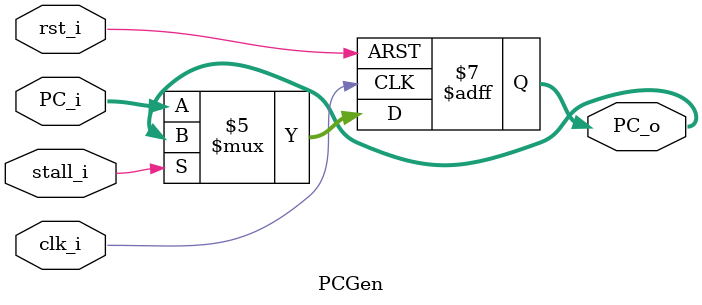
<source format=v>
module PCGen(
	input clk_i, 
	input rst_i, 
	input stall_i, 
	input [31:0] PC_i,
	//output reg `WORD PC_o
		output reg [31:0] PC_o = 32'b0 
); 

	always @(posedge clk_i, negedge rst_i) begin 
		if(!rst_i) 
			//PC_o <= `WORD_ZERO; 
				PC_o <= 32'b0; 
		else begin 
			if(!stall_i)
				PC_o <= PC_i; 
		end
	end 
endmodule

</source>
